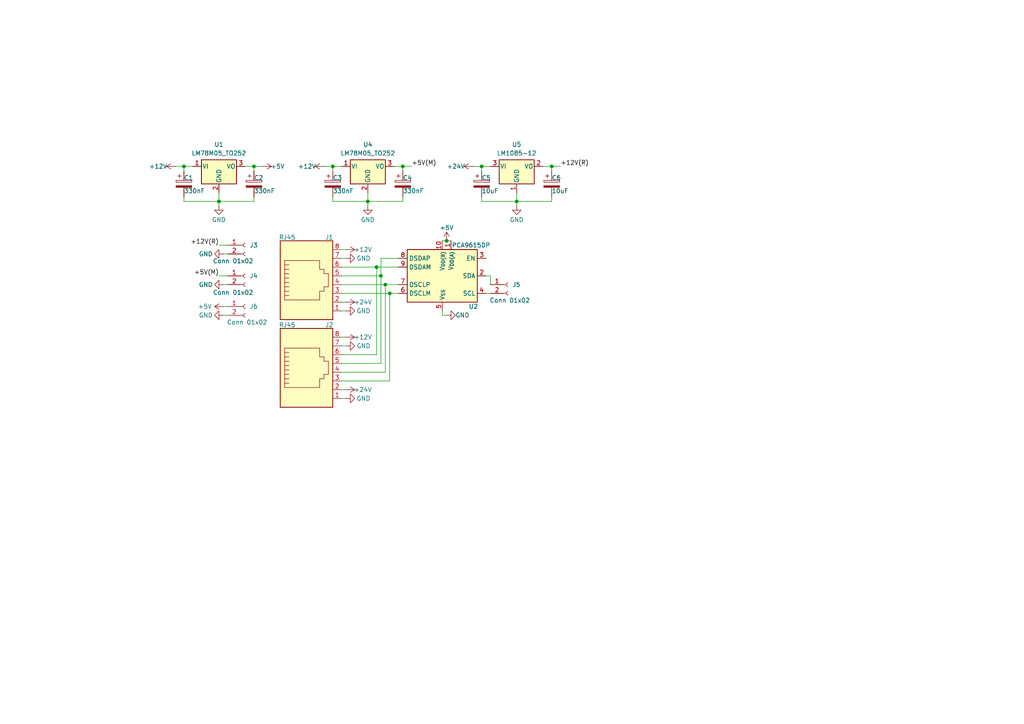
<source format=kicad_sch>
(kicad_sch (version 20231120) (generator "eeschema") (generator_version "8.0")
  (paper "A4")
  (lib_symbols
    (symbol "Connector:Conn_01x02_Socket" (pin_names (offset 1.016) hide)
      (property "Reference" "J" (at 0 2.54 0))
      (property "Value" "Conn_01x02_Socket" (at 0 -5.08 0))
      (symbol "Conn_01x02_Socket_1_1"
        (arc (start 0 -2.032) (mid -0.5058 -2.54) (end 0 -3.048) (stroke (width 0.1524)))
        (polyline (pts (xy -1.27 -2.54) (xy -0.508 -2.54)) (stroke (width 0.1524)))
        (polyline (pts (xy -1.27 0) (xy -0.508 0)) (stroke (width 0.1524)))
        (arc (start 0 0.508) (mid -0.5058 0) (end 0 -0.508) (stroke (width 0.1524)))
        (pin passive line (at -5.08 0 0) (length 3.81) (name "Pin_1") (number "1"))
        (pin passive line (at -5.08 -2.54 0) (length 3.81) (name "Pin_2") (number "2"))
      )
    )
    (symbol "Connector:RJ45" (pin_names (offset 1.016))
      (property "Reference" "J" (at -5.08 13.97 0))
      (property "Value" "RJ45" (at 2.54 13.97 0))
      (symbol "RJ45_0_1"
        (polyline (pts (xy -5.08 4.445) (xy -6.35 4.445)))
        (polyline (pts (xy -5.08 5.715) (xy -6.35 5.715)))
        (polyline (pts (xy -6.35 -3.175) (xy -5.08 -3.175) (xy -5.08 -3.175)))
        (polyline (pts (xy -6.35 -1.905) (xy -5.08 -1.905) (xy -5.08 -1.905)))
        (polyline (pts (xy -6.35 -0.635) (xy -5.08 -0.635) (xy -5.08 -0.635)))
        (polyline (pts (xy -6.35 0.635) (xy -5.08 0.635) (xy -5.08 0.635)))
        (polyline (pts (xy -6.35 1.905) (xy -5.08 1.905) (xy -5.08 1.905)))
        (polyline (pts (xy -5.08 3.175) (xy -6.35 3.175) (xy -6.35 3.175)))
        (polyline (pts (xy -6.35 -4.445) (xy -6.35 6.985) (xy 3.81 6.985) (xy 3.81 4.445) (xy 5.08 4.445) (xy 5.08 3.175) (xy 6.35 3.175) (xy 6.35 -0.635) (xy 5.08 -0.635) (xy 5.08 -1.905) (xy 3.81 -1.905) (xy 3.81 -4.445) (xy -6.35 -4.445) (xy -6.35 -4.445)))
        (rectangle (start 7.62 12.7) (end -7.62 -10.16) (stroke (width 0.254)) (fill (type background)))
      )
      (symbol "RJ45_1_1"
        (pin passive line (at 10.16 -7.62 180) (length 2.54) (name "~") (number "1"))
        (pin passive line (at 10.16 -5.08 180) (length 2.54) (name "~") (number "2"))
        (pin passive line (at 10.16 -2.54 180) (length 2.54) (name "~") (number "3"))
        (pin passive line (at 10.16 0 180) (length 2.54) (name "~") (number "4"))
        (pin passive line (at 10.16 2.54 180) (length 2.54) (name "~") (number "5"))
        (pin passive line (at 10.16 5.08 180) (length 2.54) (name "~") (number "6"))
        (pin passive line (at 10.16 7.62 180) (length 2.54) (name "~") (number "7"))
        (pin passive line (at 10.16 10.16 180) (length 2.54) (name "~") (number "8"))
      )
    )
    (symbol "Device:C_Polarized" (pin_numbers hide) (pin_names (offset 0.254))
      (property "Reference" "C" (at 0.635 2.54 0))
      (property "Value" "C_Polarized" (at 0.635 -2.54 0))
      (symbol "C_Polarized_0_1"
        (rectangle (start -2.286 0.508) (end 2.286 1.016))
        (polyline (pts (xy -1.778 2.286) (xy -0.762 2.286)))
        (polyline (pts (xy -1.27 2.794) (xy -1.27 1.778)))
        (rectangle (start 2.286 -0.508) (end -2.286 -1.016) (fill (type outline)))
      )
      (symbol "C_Polarized_1_1"
        (pin passive line (at 0 3.81 270) (length 2.794) (name "~") (number "1"))
        (pin passive line (at 0 -3.81 90) (length 2.794) (name "~") (number "2"))
      )
    )
    (symbol "Interface:PCA9615DP"
      (property "Reference" "U" (at -10.16 8.89 0))
      (property "Value" "PCA9615DP" (at 1.27 8.89 0))
      (symbol "PCA9615DP_0_1"
        (rectangle (start -10.16 7.62) (end 10.16 -7.62) (stroke (width 0.254)) (fill (type background)))
      )
      (symbol "PCA9615DP_1_1"
        (pin power_in line (at -2.54 10.16 270) (length 2.54) (name "V_{DD(A)}") (number "1"))
        (pin power_in line (at 0 10.16 270) (length 2.54) (name "V_{DD(B)}") (number "10"))
        (pin bidirectional line (at -12.7 0 0) (length 2.54) (name "SDA") (number "2"))
        (pin input line (at -12.7 5.08 0) (length 2.54) (name "EN") (number "3"))
        (pin bidirectional line (at -12.7 -5.08 0) (length 2.54) (name "SCL") (number "4"))
        (pin power_in line (at 0 -10.16 90) (length 2.54) (name "V_{SS}") (number "5"))
        (pin bidirectional line (at 12.7 -5.08 180) (length 2.54) (name "DSCLM") (number "6"))
        (pin bidirectional line (at 12.7 -2.54 180) (length 2.54) (name "DSCLP") (number "7"))
        (pin bidirectional line (at 12.7 5.08 180) (length 2.54) (name "DSDAP") (number "8"))
        (pin bidirectional line (at 12.7 2.54 180) (length 2.54) (name "DSDAM") (number "9"))
      )
    )
    (symbol "Regulator_Linear:LM1085-12" (pin_names (offset 0.254))
      (property "Reference" "U" (at -3.81 3.175 0))
      (property "Value" "LM1085-12" (at 0 3.175 0))
      (symbol "LM1085-12_0_1"
        (rectangle (start -5.08 1.905) (end 5.08 -5.08) (stroke (width 0.254)) (fill (type background)))
      )
      (symbol "LM1085-12_1_1"
        (pin power_in line (at 0 -7.62 90) (length 2.54) (name "GND") (number "1"))
        (pin power_out line (at 7.62 0 180) (length 2.54) (name "VO") (number "2"))
        (pin power_in line (at -7.62 0 0) (length 2.54) (name "VI") (number "3"))
      )
    )
    (symbol "Regulator_Linear:LM78M05_TO252" (pin_names (offset 0.254))
      (property "Reference" "U" (at -3.81 3.175 0))
      (property "Value" "LM78M05_TO252" (at 0 3.175 0))
      (symbol "LM78M05_TO252_0_1"
        (rectangle (start -5.08 1.905) (end 5.08 -5.08) (stroke (width 0.254)) (fill (type background)))
      )
      (symbol "LM78M05_TO252_1_1"
        (pin power_in line (at -7.62 0 0) (length 2.54) (name "VI") (number "1"))
        (pin power_in line (at 0 -7.62 90) (length 2.54) (name "GND") (number "2"))
        (pin power_out line (at 7.62 0 180) (length 2.54) (name "VO") (number "3"))
      )
    )
    (symbol "power:+12V" (power) (pin_numbers hide) (pin_names (offset 0) hide)
      (property "Value" "+12V" (at 0 3.556 0))
      (symbol "+12V_0_1"
        (polyline (pts (xy -0.762 1.27) (xy 0 2.54)))
        (polyline (pts (xy 0 0) (xy 0 2.54)))
        (polyline (pts (xy 0 2.54) (xy 0.762 1.27)))
      )
      (symbol "+12V_1_1"
        (pin power_in line (at 0 0 90) (length 0) (name "~") (number "1"))
      )
    )
    (symbol "power:+24V" (power) (pin_numbers hide) (pin_names (offset 0) hide)
      (property "Value" "+24V" (at 0 3.556 0))
      (symbol "+24V_0_1"
        (polyline (pts (xy -0.762 1.27) (xy 0 2.54)))
        (polyline (pts (xy 0 0) (xy 0 2.54)))
        (polyline (pts (xy 0 2.54) (xy 0.762 1.27)))
      )
      (symbol "+24V_1_1"
        (pin power_in line (at 0 0 90) (length 0) (name "~") (number "1"))
      )
    )
    (symbol "power:+5V" (power) (pin_numbers hide) (pin_names (offset 0) hide)
      (property "Value" "+5V" (at 0 3.556 0))
      (symbol "+5V_0_1"
        (polyline (pts (xy -0.762 1.27) (xy 0 2.54)))
        (polyline (pts (xy 0 0) (xy 0 2.54)))
        (polyline (pts (xy 0 2.54) (xy 0.762 1.27)))
      )
      (symbol "+5V_1_1"
        (pin power_in line (at 0 0 90) (length 0) (name "~") (number "1"))
      )
    )
    (symbol "power:GND" (power) (pin_numbers hide) (pin_names (offset 0) hide)
      (property "Value" "GND" (at 0 -3.81 0))
      (symbol "GND_0_1"
        (polyline (pts (xy 0 0) (xy 0 -1.27) (xy 1.27 -1.27) (xy 0 -2.54) (xy -1.27 -1.27) (xy 0 -1.27)))
      )
      (symbol "GND_1_1"
        (pin power_in line (at 0 0 270) (length 0) (name "~") (number "1"))
      )
    )
  )
  (junction (at 106.68 58.42))
  (junction (at 111.76 82.55))
  (junction (at 53.34 48.26))
  (junction (at 129.54 69.85))
  (junction (at 149.86 58.42))
  (junction (at 96.52 48.26))
  (junction (at 109.22 77.47))
  (junction (at 116.84 48.26))
  (junction (at 160.02 48.26))
  (junction (at 73.66 48.26))
  (junction (at 113.03 85.09))
  (junction (at 110.49 80.01))
  (junction (at 63.5 58.42))
  (junction (at 139.7 48.26))
  (wire (pts (xy 106.68 58.42) (xy 106.68 59.69)))
  (wire (pts (xy 64.77 88.9) (xy 66.04 88.9)))
  (wire (pts (xy 99.06 90.17) (xy 100.33 90.17)))
  (wire (pts (xy 73.66 57.15) (xy 73.66 58.42)))
  (wire (pts (xy 129.54 91.44) (xy 128.27 91.44)))
  (wire (pts (xy 99.06 102.87) (xy 109.22 102.87)))
  (wire (pts (xy 64.77 91.44) (xy 66.04 91.44)))
  (wire (pts (xy 139.7 57.15) (xy 139.7 58.42)))
  (wire (pts (xy 160.02 58.42) (xy 149.86 58.42)))
  (wire (pts (xy 99.06 72.39) (xy 100.33 72.39)))
  (wire (pts (xy 110.49 80.01) (xy 110.49 74.93)))
  (wire (pts (xy 140.97 85.09) (xy 142.24 85.09)))
  (wire (pts (xy 99.06 110.49) (xy 113.03 110.49)))
  (wire (pts (xy 110.49 105.41) (xy 110.49 80.01)))
  (wire (pts (xy 99.06 105.41) (xy 110.49 105.41)))
  (wire (pts (xy 137.16 48.26) (xy 139.7 48.26)))
  (wire (pts (xy 64.77 82.55) (xy 66.04 82.55)))
  (wire (pts (xy 160.02 57.15) (xy 160.02 58.42)))
  (wire (pts (xy 50.8 48.26) (xy 53.34 48.26)))
  (wire (pts (xy 110.49 74.93) (xy 115.57 74.93)))
  (wire (pts (xy 109.22 102.87) (xy 109.22 77.47)))
  (wire (pts (xy 99.06 107.95) (xy 111.76 107.95)))
  (wire (pts (xy 116.84 48.26) (xy 116.84 49.53)))
  (wire (pts (xy 142.24 80.01) (xy 142.24 82.55)))
  (wire (pts (xy 128.27 69.85) (xy 129.54 69.85)))
  (wire (pts (xy 160.02 49.53) (xy 160.02 48.26)))
  (wire (pts (xy 114.3 48.26) (xy 116.84 48.26)))
  (wire (pts (xy 63.5 58.42) (xy 63.5 59.69)))
  (wire (pts (xy 55.88 48.26) (xy 53.34 48.26)))
  (wire (pts (xy 99.06 85.09) (xy 113.03 85.09)))
  (wire (pts (xy 99.06 74.93) (xy 100.33 74.93)))
  (wire (pts (xy 113.03 85.09) (xy 113.03 110.49)))
  (wire (pts (xy 111.76 82.55) (xy 111.76 107.95)))
  (wire (pts (xy 96.52 48.26) (xy 96.52 49.53)))
  (wire (pts (xy 73.66 48.26) (xy 76.2 48.26)))
  (wire (pts (xy 149.86 58.42) (xy 149.86 55.88)))
  (wire (pts (xy 109.22 77.47) (xy 115.57 77.47)))
  (wire (pts (xy 99.06 100.33) (xy 100.33 100.33)))
  (wire (pts (xy 116.84 48.26) (xy 119.38 48.26)))
  (wire (pts (xy 149.86 58.42) (xy 149.86 59.69)))
  (wire (pts (xy 53.34 57.15) (xy 53.34 58.42)))
  (wire (pts (xy 160.02 48.26) (xy 162.56 48.26)))
  (wire (pts (xy 99.06 80.01) (xy 110.49 80.01)))
  (wire (pts (xy 96.52 57.15) (xy 96.52 58.42)))
  (wire (pts (xy 96.52 58.42) (xy 106.68 58.42)))
  (wire (pts (xy 99.06 115.57) (xy 100.33 115.57)))
  (wire (pts (xy 73.66 48.26) (xy 73.66 49.53)))
  (wire (pts (xy 66.04 71.12) (xy 63.5 71.12)))
  (wire (pts (xy 73.66 58.42) (xy 63.5 58.42)))
  (wire (pts (xy 129.54 69.85) (xy 130.81 69.85)))
  (wire (pts (xy 140.97 80.01) (xy 142.24 80.01)))
  (wire (pts (xy 106.68 55.88) (xy 106.68 58.42)))
  (wire (pts (xy 116.84 58.42) (xy 106.68 58.42)))
  (wire (pts (xy 99.06 113.03) (xy 100.33 113.03)))
  (wire (pts (xy 53.34 48.26) (xy 53.34 49.53)))
  (wire (pts (xy 99.06 87.63) (xy 100.33 87.63)))
  (wire (pts (xy 116.84 57.15) (xy 116.84 58.42)))
  (wire (pts (xy 160.02 48.26) (xy 157.48 48.26)))
  (wire (pts (xy 113.03 85.09) (xy 115.57 85.09)))
  (wire (pts (xy 53.34 58.42) (xy 63.5 58.42)))
  (wire (pts (xy 99.06 82.55) (xy 111.76 82.55)))
  (wire (pts (xy 99.06 77.47) (xy 109.22 77.47)))
  (wire (pts (xy 139.7 48.26) (xy 142.24 48.26)))
  (wire (pts (xy 128.27 91.44) (xy 128.27 90.17)))
  (wire (pts (xy 63.5 55.88) (xy 63.5 58.42)))
  (wire (pts (xy 139.7 49.53) (xy 139.7 48.26)))
  (wire (pts (xy 93.98 48.26) (xy 96.52 48.26)))
  (wire (pts (xy 99.06 48.26) (xy 96.52 48.26)))
  (wire (pts (xy 139.7 58.42) (xy 149.86 58.42)))
  (wire (pts (xy 64.77 73.66) (xy 66.04 73.66)))
  (wire (pts (xy 66.04 80.01) (xy 63.5 80.01)))
  (wire (pts (xy 99.06 97.79) (xy 100.33 97.79)))
  (wire (pts (xy 111.76 82.55) (xy 115.57 82.55)))
  (wire (pts (xy 71.12 48.26) (xy 73.66 48.26)))
  (label "+5V(M)" (at 119.38 48.26 0))
  (label "+12V(R)" (at 162.56 48.26 0))
  (label "+5V(M)" (at 63.5 80.01 180))
  (label "+12V(R)" (at 63.5 71.12 180))
  (symbol (lib_id "power:GND") (at 129.54 91.44 90) (unit 1)
    (property "Reference" "#PWR015" (effects (hide yes)))
    (property "Value" "GND" (at 134.112 91.44 90))
    (property "Description" "Power symbol creates a global label with name \"GND\" , ground" (effects (hide yes)))
  )
  (symbol (lib_id "power:+5V") (at 64.77 88.9 90) (unit 1)
    (property "Reference" "#PWR018" (effects (hide yes)))
    (property "Value" "+5V" (at 61.468 88.9 90) (effects (justify left)))
    (property "Description" "Power symbol creates a global label with name \"+5V\"" (effects (hide yes)))
  )
  (symbol (lib_id "power:GND") (at 64.77 91.44 270) (mirror x) (unit 1)
    (property "Reference" "#PWR019" (effects (hide yes)))
    (property "Value" "GND" (at 61.722 91.44 90) (effects (justify right)))
    (property "Description" "Power symbol creates a global label with name \"GND\" , ground" (effects (hide yes)))
  )
  (symbol (lib_id "power:GND") (at 106.68 59.69 0) (unit 1)
    (property "Reference" "#PWR017" (effects (hide yes)))
    (property "Value" "GND" (at 108.712 63.754 0) (effects (justify right)))
    (property "Description" "Power symbol creates a global label with name \"GND\" , ground" (effects (hide yes)))
  )
  (symbol (lib_id "Device:C_Polarized") (at 116.84 53.34 0) (unit 1)
    (property "Reference" "C4" (at 116.84 51.562 0) (effects (justify left)))
    (property "Value" "330nF" (at 116.84 55.372 0) (effects (justify left)))
    (property "Footprint" "Capacitor_Tantalum_SMD:CP_EIA-3216-18_Kemet-A" (effects (hide yes)))
    (property "Description" "Polarized capacitor" (effects (hide yes)))
  )
  (symbol (lib_id "power:GND") (at 64.77 73.66 270) (mirror x) (unit 1)
    (property "Reference" "#PWR01" (effects (hide yes)))
    (property "Value" "GND" (at 61.722 73.66 90) (effects (justify right)))
    (property "Description" "Power symbol creates a global label with name \"GND\" , ground" (effects (hide yes)))
  )
  (symbol (lib_id "power:GND") (at 100.33 100.33 90) (unit 1)
    (property "Reference" "#PWR09" (effects (hide yes)))
    (property "Value" "GND" (at 103.378 100.33 90) (effects (justify right)))
    (property "Description" "Power symbol creates a global label with name \"GND\" , ground" (effects (hide yes)))
  )
  (symbol (lib_id "power:+12V") (at 100.33 97.79 270) (unit 1)
    (property "Reference" "#PWR08" (effects (hide yes)))
    (property "Value" "+12V" (at 102.616 97.79 90) (effects (justify left)))
    (property "Description" "Power symbol creates a global label with name \"+12V\"" (effects (hide yes)))
  )
  (symbol (lib_id "Device:C_Polarized") (at 160.02 53.34 0) (unit 1)
    (property "Reference" "C6" (at 160.02 51.562 0) (effects (justify left)))
    (property "Value" "10uF" (at 160.02 55.372 0) (effects (justify left)))
    (property "Footprint" "Capacitor_Tantalum_SMD:CP_EIA-3528-21_Kemet-B" (effects (hide yes)))
    (property "Description" "Polarized capacitor" (effects (hide yes)))
  )
  (symbol (lib_id "Interface:PCA9615DP") (at 128.27 80.01 0) (mirror y) (unit 1)
    (property "Reference" "U2" (at 138.684 88.9 0) (effects (justify left)))
    (property "Value" "PCA9615DP" (at 142.24 71.12 0) (effects (justify left)))
    (property "Footprint" "Package_SO:TSSOP-10_3x3mm_P0.5mm" (effects (hide yes)))
    (property "Datasheet" "https://www.nxp.com/docs/en/data-sheet/PCA9615.pdf" (effects (hide yes)))
    (property "Description" "Dual bidirectional hot-swap multipoint bus buffer, SO-8" (effects (hide yes)))
  )
  (symbol (lib_id "power:GND") (at 64.77 82.55 270) (mirror x) (unit 1)
    (property "Reference" "#PWR02" (effects (hide yes)))
    (property "Value" "GND" (at 61.722 82.55 90) (effects (justify right)))
    (property "Description" "Power symbol creates a global label with name \"GND\" , ground" (effects (hide yes)))
  )
  (symbol (lib_id "Device:C_Polarized") (at 96.52 53.34 0) (unit 1)
    (property "Reference" "C3" (at 96.52 51.562 0) (effects (justify left)))
    (property "Value" "330nF" (at 96.52 55.372 0) (effects (justify left)))
    (property "Footprint" "Capacitor_Tantalum_SMD:CP_EIA-3216-18_Kemet-A" (effects (hide yes)))
    (property "Description" "Polarized capacitor" (effects (hide yes)))
  )
  (symbol (lib_id "power:GND") (at 149.86 59.69 0) (unit 1)
    (property "Reference" "#PWR021" (effects (hide yes)))
    (property "Value" "GND" (at 151.892 63.754 0) (effects (justify right)))
    (property "Description" "Power symbol creates a global label with name \"GND\" , ground" (effects (hide yes)))
  )
  (symbol (lib_id "power:+12V") (at 50.8 48.26 90) (mirror x) (unit 1)
    (property "Reference" "#PWR03" (effects (hide yes)))
    (property "Value" "+12V" (at 48.514 48.26 90) (effects (justify left)))
    (property "Description" "Power symbol creates a global label with name \"+12V\"" (effects (hide yes)))
  )
  (symbol (lib_id "power:+12V") (at 100.33 72.39 270) (unit 1)
    (property "Reference" "#PWR04" (effects (hide yes)))
    (property "Value" "+12V" (at 102.616 72.39 90) (effects (justify left)))
    (property "Description" "Power symbol creates a global label with name \"+12V\"" (effects (hide yes)))
  )
  (symbol (lib_id "power:+24V") (at 100.33 113.03 270) (unit 1)
    (property "Reference" "#PWR010" (effects (hide yes)))
    (property "Value" "+24V" (at 102.616 113.03 90) (effects (justify left)))
    (property "Description" "Power symbol creates a global label with name \"+24V\"" (effects (hide yes)))
  )
  (symbol (lib_id "Connector:Conn_01x02_Socket") (at 71.12 88.9 0) (unit 1)
    (property "Reference" "J6" (at 72.39 88.8999 0) (effects (justify left)))
    (property "Value" "Conn 01x02" (at 65.786 93.472 0) (effects (justify left)))
    (property "Footprint" "Connector_PinHeader_2.54mm:PinHeader_1x02_P2.54mm_Vertical" (effects (hide yes)))
    (property "Description" "Generic connector, single row, 01x02, script generated" (effects (hide yes)))
  )
  (symbol (lib_id "Regulator_Linear:LM78M05_TO252") (at 63.5 48.26 0) (unit 1)
    (property "Reference" "U1" (at 63.5 41.91 0))
    (property "Value" "LM78M05_TO252" (at 63.5 44.45 0))
    (property "Footprint" "Package_TO_SOT_SMD:TO-252-2" (effects (hide yes)))
    (property "Datasheet" "https://www.onsemi.com/pub/Collateral/MC78M00-D.PDF" (effects (hide yes)))
    (property "Description" "Positive 500mA 35V Linear Regulator, Fixed Output 5V, TO-252 (D-PAK)" (effects (hide yes)))
  )
  (symbol (lib_id "Regulator_Linear:LM1085-12") (at 149.86 48.26 0) (unit 1)
    (property "Reference" "U5" (at 149.86 41.91 0))
    (property "Value" "LM1085-12" (at 149.86 44.45 0))
    (property "Footprint" "LM1085IS-12:TO254P1524X483-4N" (effects (hide yes)))
    (property "Datasheet" "http://www.ti.com/lit/ds/symlink/lm1085.pdf" (effects (hide yes)))
    (property "Description" "3A 18V Linear Regulator, Fixed Output 12.0V, TO-220/TO-263" (effects (hide yes)))
  )
  (symbol (lib_id "power:+24V") (at 137.16 48.26 90) (mirror x) (unit 1)
    (property "Reference" "#PWR020" (effects (hide yes)))
    (property "Value" "+24V" (at 134.874 48.26 90) (effects (justify left)))
    (property "Description" "Power symbol creates a global label with name \"+24V\"" (effects (hide yes)))
  )
  (symbol (lib_id "Connector:RJ45") (at 88.9 107.95 0) (unit 1)
    (property "Reference" "J2" (at 95.504 94.234 0))
    (property "Value" "RJ45" (at 83.312 94.234 0))
    (property "Footprint" "Connector_RJ:RJ45_Amphenol_54602-x08_Horizontal" (effects (hide yes)))
    (property "Description" "RJ connector, 8P8C (8 positions 8 connected)" (effects (hide yes)))
  )
  (symbol (lib_id "Connector:Conn_01x02_Socket") (at 71.12 71.12 0) (unit 1)
    (property "Reference" "J3" (at 72.39 71.1199 0) (effects (justify left)))
    (property "Value" "Conn 01x02" (at 61.722 75.692 0) (effects (justify left)))
    (property "Footprint" "Connector_PinHeader_2.54mm:PinHeader_1x02_P2.54mm_Vertical" (effects (hide yes)))
    (property "Description" "Generic connector, single row, 01x02, script generated" (effects (hide yes)))
  )
  (symbol (lib_id "power:GND") (at 100.33 90.17 90) (unit 1)
    (property "Reference" "#PWR07" (effects (hide yes)))
    (property "Value" "GND" (at 103.378 90.17 90) (effects (justify right)))
    (property "Description" "Power symbol creates a global label with name \"GND\" , ground" (effects (hide yes)))
  )
  (symbol (lib_id "power:+12V") (at 93.98 48.26 90) (mirror x) (unit 1)
    (property "Reference" "#PWR016" (effects (hide yes)))
    (property "Value" "+12V" (at 91.694 48.26 90) (effects (justify left)))
    (property "Description" "Power symbol creates a global label with name \"+12V\"" (effects (hide yes)))
  )
  (symbol (lib_id "Connector:Conn_01x02_Socket") (at 71.12 80.01 0) (unit 1)
    (property "Reference" "J4" (at 72.39 80.0099 0) (effects (justify left)))
    (property "Value" "Conn 01x02" (at 61.722 84.836 0) (effects (justify left)))
    (property "Footprint" "Connector_PinHeader_2.54mm:PinHeader_1x02_P2.54mm_Vertical" (effects (hide yes)))
    (property "Description" "Generic connector, single row, 01x02, script generated" (effects (hide yes)))
  )
  (symbol (lib_id "power:GND") (at 100.33 74.93 90) (unit 1)
    (property "Reference" "#PWR05" (effects (hide yes)))
    (property "Value" "GND" (at 103.378 74.93 90) (effects (justify right)))
    (property "Description" "Power symbol creates a global label with name \"GND\" , ground" (effects (hide yes)))
  )
  (symbol (lib_id "Connector:RJ45") (at 88.9 82.55 0) (unit 1)
    (property "Reference" "J1" (at 95.504 68.834 0))
    (property "Value" "RJ45" (at 83.312 68.834 0))
    (property "Footprint" "Connector_RJ:RJ45_Amphenol_54602-x08_Horizontal" (effects (hide yes)))
    (property "Description" "RJ connector, 8P8C (8 positions 8 connected)" (effects (hide yes)))
  )
  (symbol (lib_id "Connector:Conn_01x02_Socket") (at 147.32 82.55 0) (unit 1)
    (property "Reference" "J5" (at 148.59 82.5499 0) (effects (justify left)))
    (property "Value" "Conn 01x02" (at 141.986 87.122 0) (effects (justify left)))
    (property "Footprint" "Connector_PinHeader_2.54mm:PinHeader_1x02_P2.54mm_Vertical" (effects (hide yes)))
    (property "Description" "Generic connector, single row, 01x02, script generated" (effects (hide yes)))
  )
  (symbol (lib_id "power:+5V") (at 129.54 69.85 0) (unit 1)
    (property "Reference" "#PWR014" (effects (hide yes)))
    (property "Value" "+5V" (at 127.508 66.04 0) (effects (justify left)))
    (property "Description" "Power symbol creates a global label with name \"+5V\"" (effects (hide yes)))
  )
  (symbol (lib_id "Regulator_Linear:LM78M05_TO252") (at 106.68 48.26 0) (unit 1)
    (property "Reference" "U4" (at 106.68 41.91 0))
    (property "Value" "LM78M05_TO252" (at 106.68 44.45 0))
    (property "Footprint" "Package_TO_SOT_SMD:TO-252-2" (effects (hide yes)))
    (property "Datasheet" "https://www.onsemi.com/pub/Collateral/MC78M00-D.PDF" (effects (hide yes)))
    (property "Description" "Positive 500mA 35V Linear Regulator, Fixed Output 5V, TO-252 (D-PAK)" (effects (hide yes)))
  )
  (symbol (lib_id "power:+24V") (at 100.33 87.63 270) (unit 1)
    (property "Reference" "#PWR06" (effects (hide yes)))
    (property "Value" "+24V" (at 102.616 87.63 90) (effects (justify left)))
    (property "Description" "Power symbol creates a global label with name \"+24V\"" (effects (hide yes)))
  )
  (symbol (lib_id "power:+5V") (at 76.2 48.26 270) (unit 1)
    (property "Reference" "#PWR013" (effects (hide yes)))
    (property "Value" "+5V" (at 78.486 48.26 90) (effects (justify left)))
    (property "Description" "Power symbol creates a global label with name \"+5V\"" (effects (hide yes)))
  )
  (symbol (lib_id "power:GND") (at 63.5 59.69 0) (unit 1)
    (property "Reference" "#PWR012" (effects (hide yes)))
    (property "Value" "GND" (at 65.532 63.754 0) (effects (justify right)))
    (property "Description" "Power symbol creates a global label with name \"GND\" , ground" (effects (hide yes)))
  )
  (symbol (lib_id "Device:C_Polarized") (at 73.66 53.34 0) (unit 1)
    (property "Reference" "C2" (at 73.66 51.562 0) (effects (justify left)))
    (property "Value" "330nF" (at 73.66 55.372 0) (effects (justify left)))
    (property "Footprint" "Capacitor_Tantalum_SMD:CP_EIA-3216-18_Kemet-A" (effects (hide yes)))
    (property "Description" "Polarized capacitor" (effects (hide yes)))
  )
  (symbol (lib_id "power:GND") (at 100.33 115.57 90) (unit 1)
    (property "Reference" "#PWR011" (effects (hide yes)))
    (property "Value" "GND" (at 103.378 115.57 90) (effects (justify right)))
    (property "Description" "Power symbol creates a global label with name \"GND\" , ground" (effects (hide yes)))
  )
  (symbol (lib_id "Device:C_Polarized") (at 139.7 53.34 0) (unit 1)
    (property "Reference" "C5" (at 139.7 51.562 0) (effects (justify left)))
    (property "Value" "10uF" (at 139.7 55.372 0) (effects (justify left)))
    (property "Footprint" "Capacitor_Tantalum_SMD:CP_EIA-3528-21_Kemet-B" (effects (hide yes)))
    (property "Description" "Polarized capacitor" (effects (hide yes)))
  )
  (symbol (lib_id "Device:C_Polarized") (at 53.34 53.34 0) (unit 1)
    (property "Reference" "C1" (at 53.34 51.562 0) (effects (justify left)))
    (property "Value" "330nF" (at 53.34 55.372 0) (effects (justify left)))
    (property "Footprint" "Capacitor_Tantalum_SMD:CP_EIA-3216-18_Kemet-A" (effects (hide yes)))
    (property "Description" "Polarized capacitor" (effects (hide yes)))
  )
)
</source>
